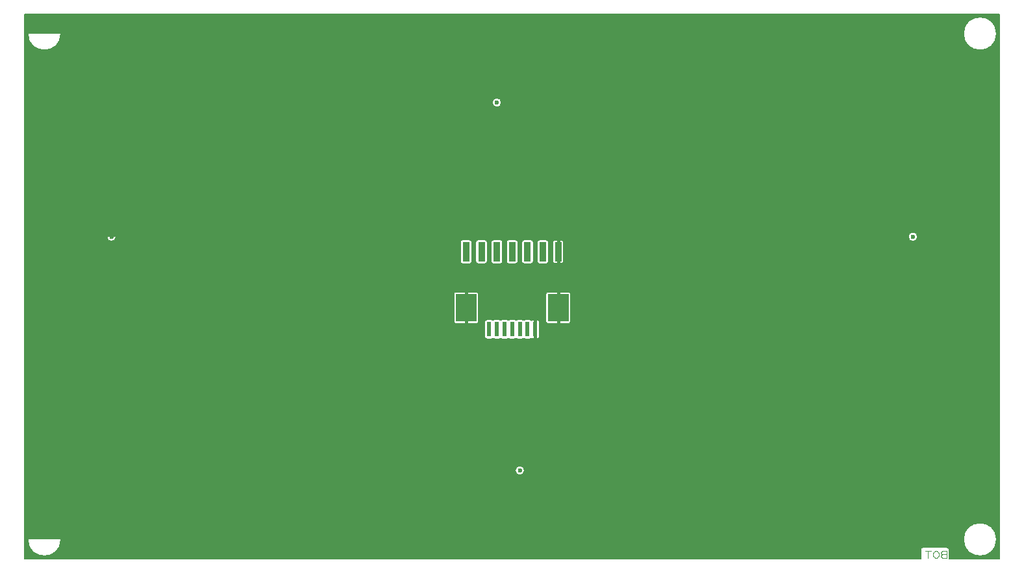
<source format=gbr>
G04 GENERATED BY PULSONIX 7.0 GERBER.DLL 4573*
%INHILLSTAR_100X50_EL_4LAYER_V1_0*%
%LNGERBER_BOTTOM*%
%FSLAX33Y33*%
%IPPOS*%
%LPD*%
%OFA0B0*%
%MOMM*%
%ADD12C,0.150*%
%ADD21C,0.125*%
%ADD105C,0.400*%
%ADD112C,0.600*%
%ADD275R,0.900X2.500*%
%ADD625R,0.600X1.900*%
%ADD626R,2.700X3.600*%
X0Y0D02*
D02*
D12*
X126034Y122815D02*
X128034*
X129034*
X180293Y92875*
Y94088D01*
G75*
G02X180571Y94366I278*
G01*
X183734*
G75*
G02X184012Y94088J-278*
G01*
Y92875*
X190534*
G75*
G03X190559Y92900J25*
G01*
Y163900*
G75*
G03X190534Y163925I-25*
G01*
X63534*
G75*
G03X63509Y163900J-25*
G01*
Y92900*
G75*
G03X63534Y92875I25*
G01*
X180293*
X63859Y95400D02*
G75*
G02X68209I2175D01*
G01*
G75*
G02X63859I-2175*
G01*
Y161400D02*
G75*
G02X68209I2175D01*
G01*
G75*
G02X63859I-2175*
G01*
X74159Y134900D02*
G75*
G02X75409I625D01*
G01*
G75*
G02X74159I-625*
G01*
X119409Y123815D02*
Y127415D01*
G75*
G02X119684Y127690I275*
G01*
X122384*
G75*
G02X122659Y127415J-275*
G01*
Y123815*
G75*
G02X122384Y123540I-275*
G01*
X119684*
G75*
G02X119409Y123815J275*
G01*
X120259Y131675D02*
Y134175D01*
G75*
G02X120584Y134500I325*
G01*
X121484*
G75*
G02X121809Y134175J-325*
G01*
Y131675*
G75*
G02X121484Y131350I-325*
G01*
X120584*
G75*
G02X120259Y131675J325*
G01*
X122259D02*
Y134175D01*
G75*
G02X122584Y134500I325*
G01*
X123484*
G75*
G02X123809Y134175J-325*
G01*
Y131675*
G75*
G02X123484Y131350I-325*
G01*
X122584*
G75*
G02X122259Y131675J325*
G01*
X123409Y121865D02*
Y123765D01*
G75*
G02X123734Y124090I325*
G01*
X124334*
G75*
G02X124534Y124021J-325*
G01*
G75*
G02X124734Y124090I200J-256*
G01*
X125334*
G75*
G02X125534Y124021J-325*
G01*
G75*
G02X125734Y124090I200J-256*
G01*
X126334*
G75*
G02X126534Y124021J-325*
G01*
G75*
G02X126734Y124090I200J-256*
G01*
X127334*
G75*
G02X127534Y124021J-325*
G01*
G75*
G02X127734Y124090I200J-256*
G01*
X128334*
G75*
G02X128534Y124021J-325*
G01*
G75*
G02X128734Y124090I200J-256*
G01*
X129334*
G75*
G02X129571Y123987J-324*
G01*
G75*
G02X129734Y124040I163J-223*
G01*
X130334*
G75*
G02X130609Y123765J-275*
G01*
Y121865*
G75*
G02X130334Y121590I-275*
G01*
X129734*
G75*
G02X129571Y121643J276*
G01*
G75*
G02X129334Y121540I-237J221*
G01*
X128734*
G75*
G02X128534Y121609J325*
G01*
G75*
G02X128334Y121540I-200J256*
G01*
X127734*
G75*
G02X127534Y121609J325*
G01*
G75*
G02X127334Y121540I-200J256*
G01*
X126734*
G75*
G02X126534Y121609J325*
G01*
G75*
G02X126334Y121540I-200J256*
G01*
X125734*
G75*
G02X125534Y121609J325*
G01*
G75*
G02X125334Y121540I-200J256*
G01*
X124734*
G75*
G02X124534Y121609J325*
G01*
G75*
G02X124334Y121540I-200J256*
G01*
X123734*
G75*
G02X123409Y121865J325*
G01*
X124259Y131675D02*
Y134175D01*
G75*
G02X124584Y134500I325*
G01*
X125484*
G75*
G02X125809Y134175J-325*
G01*
Y131675*
G75*
G02X125484Y131350I-325*
G01*
X124584*
G75*
G02X124259Y131675J325*
G01*
X124409Y152400D02*
G75*
G02X125659I625D01*
G01*
G75*
G02X124409I-625*
G01*
X126259Y131675D02*
Y134175D01*
G75*
G02X126584Y134500I325*
G01*
X127484*
G75*
G02X127809Y134175J-325*
G01*
Y131675*
G75*
G02X127484Y131350I-325*
G01*
X126584*
G75*
G02X126259Y131675J325*
G01*
X127409Y104400D02*
G75*
G02X128659I625D01*
G01*
G75*
G02X127409I-625*
G01*
X128259Y131675D02*
Y134175D01*
G75*
G02X128584Y134500I325*
G01*
X129484*
G75*
G02X129809Y134175J-325*
G01*
Y131675*
G75*
G02X129484Y131350I-325*
G01*
X128584*
G75*
G02X128259Y131675J325*
G01*
X130259D02*
Y134175D01*
G75*
G02X130584Y134500I325*
G01*
X131484*
G75*
G02X131809Y134175J-325*
G01*
Y131675*
G75*
G02X131484Y131350I-325*
G01*
X130584*
G75*
G02X130259Y131675J325*
G01*
X131409Y123815D02*
Y127415D01*
G75*
G02X131684Y127690I275*
G01*
X134384*
G75*
G02X134659Y127415J-275*
G01*
Y123815*
G75*
G02X134384Y123540I-275*
G01*
X131684*
G75*
G02X131409Y123815J275*
G01*
X132309Y131675D02*
Y134175D01*
G75*
G02X132584Y134450I275*
G01*
X133484*
G75*
G02X133759Y134175J-275*
G01*
Y131675*
G75*
G02X133484Y131400I-275*
G01*
X132584*
G75*
G02X132309Y131675J275*
G01*
X178659Y134900D02*
G75*
G02X179909I625D01*
G01*
G75*
G02X178659I-625*
G01*
X185859Y95400D02*
G75*
G02X190209I2175D01*
G01*
G75*
G02X185859I-2175*
G01*
Y161400D02*
G75*
G02X190209I2175D01*
G01*
G75*
G02X185859I-2175*
G01*
X63509Y95400D02*
G36*
Y92900D01*
G75*
G03X63534Y92875I25*
G01*
X180293*
Y94088*
G75*
G02X180571Y94366I278*
G01*
X183734*
G75*
G02X184012Y94088J-278*
G01*
Y92875*
X190534*
G75*
G03X190559Y92900J25*
G01*
Y95400*
X190209*
G75*
G02X185859I-2175*
G01*
X68209*
G75*
G02X63859I-2175*
G01*
X63509*
G37*
X63859D02*
G36*
G75*
G02X68209I2175D01*
G01*
X185859*
G75*
G02X190209I2175*
G01*
X190559*
Y104400*
X128659*
G75*
G02X127409I-625*
G01*
X63509*
Y95400*
X63859*
G37*
X63509Y161400D02*
G36*
Y152400D01*
X124409*
G75*
G02X125659I625*
G01*
X190559*
Y161400*
X190209*
G75*
G02X185859I-2175*
G01*
X68209*
G75*
G02X63859I-2175*
G01*
X63509*
G37*
X63859D02*
G36*
G75*
G02X68209I2175D01*
G01*
X185859*
G75*
G02X190209I2175*
G01*
X190559*
Y163900*
G75*
G03X190534Y163925I-25*
G01*
X63534*
G75*
G03X63509Y163900J-25*
G01*
Y161400*
X63859*
G37*
X63509Y134900D02*
G36*
Y132925D01*
X120259*
Y134175*
G75*
G02X120584Y134500I325*
G01*
X121484*
G75*
G02X121809Y134175J-325*
G01*
Y132925*
X122259*
Y134175*
G75*
G02X122584Y134500I325*
G01*
X123484*
G75*
G02X123809Y134175J-325*
G01*
Y132925*
X124259*
Y134175*
G75*
G02X124584Y134500I325*
G01*
X125484*
G75*
G02X125809Y134175J-325*
G01*
Y132925*
X126259*
Y134175*
G75*
G02X126584Y134500I325*
G01*
X127484*
G75*
G02X127809Y134175J-325*
G01*
Y132925*
X128259*
Y134175*
G75*
G02X128584Y134500I325*
G01*
X129484*
G75*
G02X129809Y134175J-325*
G01*
Y132925*
X130259*
Y134175*
G75*
G02X130584Y134500I325*
G01*
X131484*
G75*
G02X131809Y134175J-325*
G01*
Y132925*
X132309*
Y134175*
G75*
G02X132584Y134450I275*
G01*
X133484*
G75*
G02X133759Y134175J-275*
G01*
Y132925*
X190559*
Y134900*
X179909*
G75*
G02X178659I-625*
G01*
X75409*
G75*
G02X74159I-625*
G01*
X63509*
G37*
X74159D02*
G36*
G75*
G02X75409I625D01*
G01*
X178659*
G75*
G02X179909I625*
G01*
X190559*
Y152400*
X125659*
G75*
G02X124409I-625*
G01*
X63509*
Y134900*
X74159*
G37*
X63509Y125615D02*
G36*
Y122815D01*
X123409*
Y123765*
G75*
G02X123734Y124090I325*
G01*
X124334*
G75*
G02X124534Y124021J-325*
G01*
G75*
G02X124734Y124090I200J-256*
G01*
X125334*
G75*
G02X125534Y124021J-325*
G01*
G75*
G02X125734Y124090I200J-256*
G01*
X126334*
G75*
G02X126534Y124021J-325*
G01*
G75*
G02X126734Y124090I200J-256*
G01*
X127334*
G75*
G02X127534Y124021J-325*
G01*
G75*
G02X127734Y124090I200J-256*
G01*
X128334*
G75*
G02X128534Y124021J-325*
G01*
G75*
G02X128734Y124090I200J-256*
G01*
X129334*
G75*
G02X129571Y123987J-324*
G01*
G75*
G02X129734Y124040I163J-223*
G01*
X130334*
G75*
G02X130609Y123765J-275*
G01*
Y122815*
X190559*
Y125615*
X134659*
Y123815*
G75*
G02X134384Y123540I-275*
G01*
X131684*
G75*
G02X131409Y123815J275*
G01*
Y125615*
X122659*
Y123815*
G75*
G02X122384Y123540I-275*
G01*
X119684*
G75*
G02X119409Y123815J275*
G01*
Y125615*
X63509*
G37*
X119409D02*
G36*
Y127415D01*
G75*
G02X119684Y127690I275*
G01*
X122384*
G75*
G02X122659Y127415J-275*
G01*
Y125615*
X131409*
Y127415*
G75*
G02X131684Y127690I275*
G01*
X134384*
G75*
G02X134659Y127415J-275*
G01*
Y125615*
X190559*
Y132925*
X133759*
Y131675*
G75*
G02X133484Y131400I-275*
G01*
X132584*
G75*
G02X132309Y131675J275*
G01*
Y132925*
X131809*
Y131675*
G75*
G02X131484Y131350I-325*
G01*
X130584*
G75*
G02X130259Y131675J325*
G01*
Y132925*
X129809*
Y131675*
G75*
G02X129484Y131350I-325*
G01*
X128584*
G75*
G02X128259Y131675J325*
G01*
Y132925*
X127809*
Y131675*
G75*
G02X127484Y131350I-325*
G01*
X126584*
G75*
G02X126259Y131675J325*
G01*
Y132925*
X125809*
Y131675*
G75*
G02X125484Y131350I-325*
G01*
X124584*
G75*
G02X124259Y131675J325*
G01*
Y132925*
X123809*
Y131675*
G75*
G02X123484Y131350I-325*
G01*
X122584*
G75*
G02X122259Y131675J325*
G01*
Y132925*
X121809*
Y131675*
G75*
G02X121484Y131350I-325*
G01*
X120584*
G75*
G02X120259Y131675J325*
G01*
Y132925*
X63509*
Y125615*
X119409*
G37*
X63509Y122815D02*
G36*
Y104400D01*
X127409*
G75*
G02X128659I625*
G01*
X190559*
Y122815*
X130609*
Y121865*
G75*
G02X130334Y121590I-275*
G01*
X129734*
G75*
G02X129571Y121643J276*
G01*
G75*
G02X129334Y121540I-237J221*
G01*
X128734*
G75*
G02X128534Y121609J325*
G01*
G75*
G02X128334Y121540I-200J256*
G01*
X127734*
G75*
G02X127534Y121609J325*
G01*
G75*
G02X127334Y121540I-200J256*
G01*
X126734*
G75*
G02X126534Y121609J325*
G01*
G75*
G02X126334Y121540I-200J256*
G01*
X125734*
G75*
G02X125534Y121609J325*
G01*
G75*
G02X125334Y121540I-200J256*
G01*
X124734*
G75*
G02X124534Y121609J325*
G01*
G75*
G02X124334Y121540I-200J256*
G01*
X123734*
G75*
G02X123409Y121865J325*
G01*
Y122815*
X63509*
G37*
D02*
D21*
X183157Y93437D02*
X183009Y93363D01*
X182936Y93216*
X183009Y93069*
X183157Y92996*
X183671*
Y93878*
X183157*
X183009Y93804*
X182936Y93657*
X183009Y93510*
X183157Y93437*
X183671*
X182659Y93290D02*
X182659Y93584D01*
X182585Y93731*
X182512Y93804*
X182365Y93878*
X182218*
X182070Y93804*
X181997Y93731*
X181923Y93584*
Y93290*
X181997Y93143*
X182070Y93069*
X182218Y92996*
X182365*
X182512Y93069*
X182585Y93143*
X182659Y93290*
X181279Y92996D02*
X181279Y93878D01*
X181646D02*
X180911Y93878D01*
D02*
D105*
X121034Y124015D02*
Y123415D01*
Y127215D02*
Y127815D01*
X130034Y122065D02*
Y121465D01*
Y123565D02*
Y124165D01*
X133034Y124015D02*
Y123415D01*
Y127215D02*
Y127815D01*
Y131875D02*
Y131275D01*
Y133975D02*
Y134575D01*
D02*
D112*
X74784Y134900D03*
X121034Y132900D03*
X123034D03*
X124034Y122825D03*
X125034Y122725D03*
Y132900D03*
Y152400D03*
X126034Y122815D03*
X127034Y122825D03*
Y132900D03*
X128034Y104400D03*
Y122815D03*
X129034D03*
Y132900D03*
X131034D03*
X133034D03*
X179284Y134900D03*
D02*
D275*
X121034Y132925D03*
X123034D03*
X125034D03*
X127034D03*
X129034D03*
X131034D03*
X133034D03*
D02*
D625*
X124034Y122815D03*
X125034D03*
X126034D03*
X127034D03*
X128034D03*
X129034D03*
X130034D03*
D02*
D626*
X121034Y125615D03*
X133034D03*
X0Y0D02*
M02*

</source>
